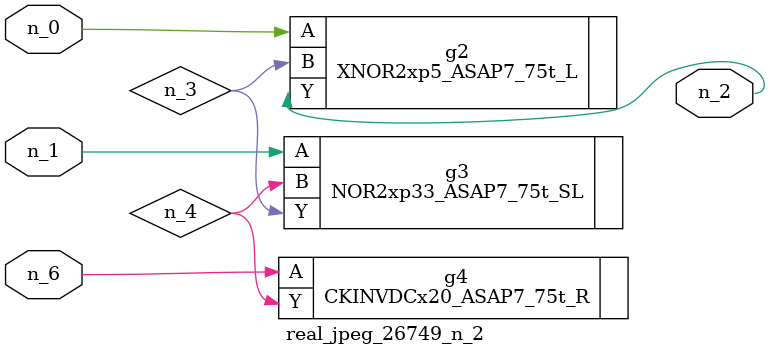
<source format=v>
module real_jpeg_26749_n_2 (n_6, n_1, n_0, n_2);

input n_6;
input n_1;
input n_0;

output n_2;

wire n_4;
wire n_3;

XNOR2xp5_ASAP7_75t_L g2 ( 
.A(n_0),
.B(n_3),
.Y(n_2)
);

NOR2xp33_ASAP7_75t_SL g3 ( 
.A(n_1),
.B(n_4),
.Y(n_3)
);

CKINVDCx20_ASAP7_75t_R g4 ( 
.A(n_6),
.Y(n_4)
);


endmodule
</source>
